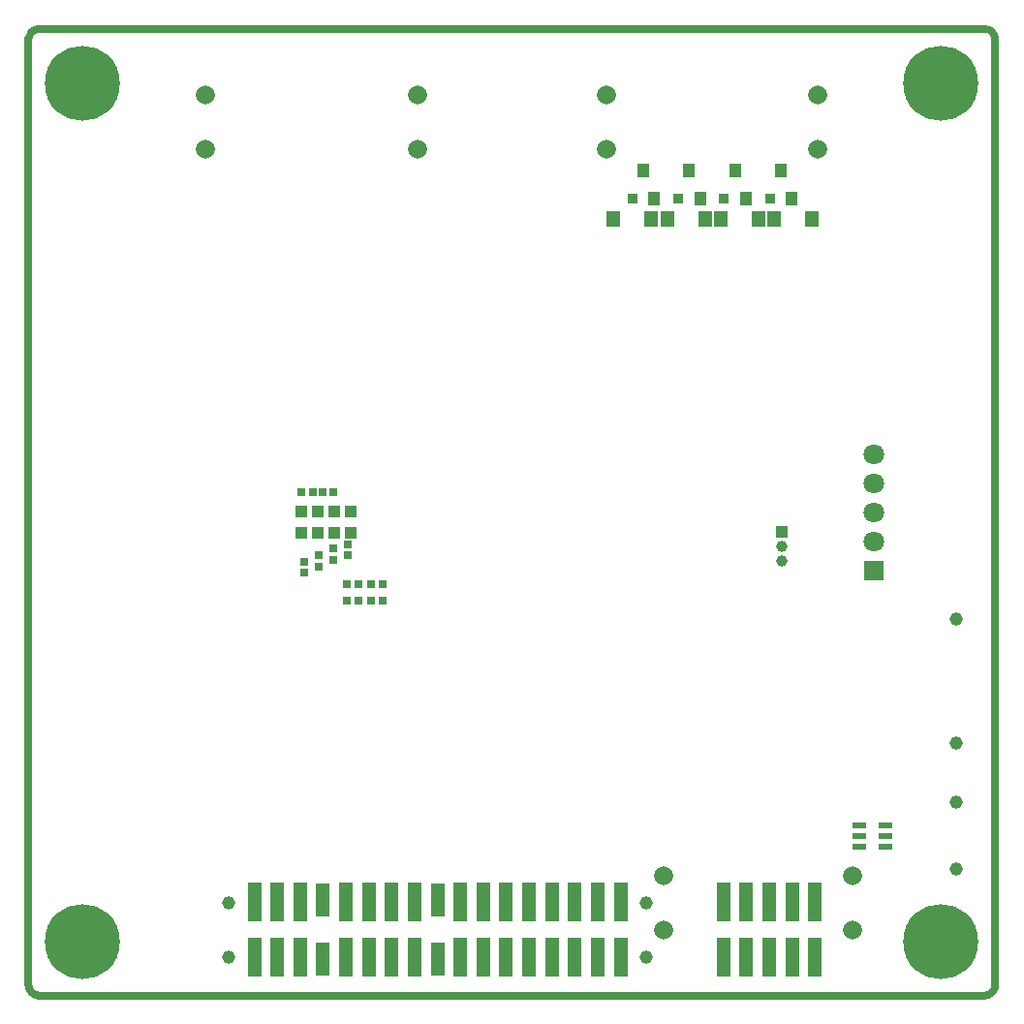
<source format=gbr>
G04*
G04 #@! TF.GenerationSoftware,Altium Limited,Altium Designer,24.1.2 (44)*
G04*
G04 Layer_Color=16711935*
%FSLAX44Y44*%
%MOMM*%
G71*
G04*
G04 #@! TF.SameCoordinates,594C4E7E-5880-4872-9B90-1EBF5E6123A4*
G04*
G04*
G04 #@! TF.FilePolarity,Negative*
G04*
G01*
G75*
%ADD55R,0.9000X0.9500*%
%ADD80C,0.7112*%
%ADD88R,0.6532X0.8032*%
%ADD91R,1.1032X1.0032*%
%ADD92R,0.8032X0.6532*%
%ADD95R,1.1032X1.1532*%
%ADD119C,1.6612*%
%ADD120C,1.1532*%
%ADD121C,1.2032*%
%ADD122C,6.5532*%
%ADD123R,1.0024X1.0024*%
%ADD124C,1.0024*%
%ADD125R,1.8032X1.8032*%
%ADD126C,1.8032*%
%ADD159R,1.2000X0.6000*%
%ADD164R,1.2032X3.4032*%
%ADD165R,1.2032X3.0032*%
%ADD166R,1.2032X1.4032*%
D55*
X530504Y698954D02*
D03*
X570382D02*
D03*
X610514D02*
D03*
X650392D02*
D03*
D80*
X838080Y2518D02*
G03*
X844685Y5254I0J9341D01*
G01*
X5386Y5173D02*
G03*
X11795Y2518I6409J6409D01*
G01*
X4888Y844291D02*
G03*
X2517Y838567I5723J-5723D01*
G01*
X12537Y847459D02*
G03*
X4888Y844291I0J-10818D01*
G01*
X2517Y12098D02*
G03*
X5386Y5173I9794J0D01*
G01*
X844550Y844930D02*
G03*
X838430Y847465I-6120J-6120D01*
G01*
X847542Y837706D02*
G03*
X844550Y844930I-10216J0D01*
G01*
X844685Y5254D02*
G03*
X847542Y12153I-6899J6899D01*
G01*
Y837706D01*
X847090Y12605D02*
Y23622D01*
X2517Y834390D02*
X2517Y12098D01*
X2545Y714060D02*
Y834362D01*
Y714060D02*
Y834362D01*
X11795Y2518D02*
X838080D01*
X11817Y2540D02*
X22098D01*
X12537Y847459D02*
X64411D01*
X64417Y847465D02*
X838430D01*
X847090Y12605D02*
X847542Y12153D01*
X847090Y12605D02*
X847542Y12153D01*
X11795Y2518D02*
X11817Y2540D01*
X2517Y834390D02*
X2545Y834362D01*
X2517Y834390D02*
X2545Y834362D01*
X64411Y847459D02*
X64417Y847465D01*
X2517Y834390D02*
Y838567D01*
D88*
X291005Y347473D02*
D03*
X281004D02*
D03*
X312086Y347470D02*
D03*
X302085D02*
D03*
X291005Y361951D02*
D03*
X281004D02*
D03*
X312086Y361948D02*
D03*
X302085D02*
D03*
X269225Y442572D02*
D03*
X259224D02*
D03*
X251366D02*
D03*
X241365D02*
D03*
D91*
X284225Y407292D02*
D03*
X284226Y425451D02*
D03*
X269917D02*
D03*
X269916Y407292D02*
D03*
X255609Y425451D02*
D03*
X255607Y407292D02*
D03*
X241300Y425451D02*
D03*
X241299Y407292D02*
D03*
D92*
X243805Y371825D02*
D03*
Y381826D02*
D03*
X256437Y377523D02*
D03*
Y387524D02*
D03*
X281700Y387069D02*
D03*
Y397069D02*
D03*
X269069Y383619D02*
D03*
Y393620D02*
D03*
D95*
X549504Y698954D02*
D03*
X540004Y723954D02*
D03*
X579882D02*
D03*
X589382Y698954D02*
D03*
X620014Y723954D02*
D03*
X629514Y698954D02*
D03*
X669392D02*
D03*
X659892Y723954D02*
D03*
D119*
X692497Y742498D02*
D03*
X507498D02*
D03*
X692497Y789998D02*
D03*
X507498D02*
D03*
X342498Y742498D02*
D03*
X157498D02*
D03*
X342498Y789998D02*
D03*
X157498D02*
D03*
X722502Y60002D02*
D03*
X557502D02*
D03*
X722502Y107502D02*
D03*
X557502D02*
D03*
D120*
X813000Y171249D02*
D03*
Y112749D02*
D03*
X542500Y36200D02*
D03*
X177500Y83800D02*
D03*
X542500D02*
D03*
X177500Y36200D02*
D03*
X813000Y223254D02*
D03*
Y331754D02*
D03*
D121*
X816164Y783836D02*
D03*
X783836D02*
D03*
Y816164D02*
D03*
X816164D02*
D03*
X822860Y800000D02*
D03*
X800000Y777140D02*
D03*
X777140Y800000D02*
D03*
X800000Y822860D02*
D03*
X816164Y33835D02*
D03*
X783836D02*
D03*
Y66164D02*
D03*
X816164D02*
D03*
X822860Y50000D02*
D03*
X800000Y27140D02*
D03*
X777140Y50000D02*
D03*
X800000Y72860D02*
D03*
X50000D02*
D03*
X27140Y50000D02*
D03*
X50000Y27140D02*
D03*
X72860Y50000D02*
D03*
X66164Y66164D02*
D03*
X33835D02*
D03*
Y33835D02*
D03*
X66164D02*
D03*
X50000Y822860D02*
D03*
X27140Y800000D02*
D03*
X50000Y777140D02*
D03*
X72860Y800000D02*
D03*
X66164Y816164D02*
D03*
X33835D02*
D03*
Y783836D02*
D03*
X66164D02*
D03*
D122*
X800000Y800000D02*
D03*
Y50000D02*
D03*
X50000D02*
D03*
Y800000D02*
D03*
D123*
X661048Y407535D02*
D03*
D124*
Y395035D02*
D03*
Y382535D02*
D03*
D125*
X741154Y373683D02*
D03*
D126*
Y399083D02*
D03*
Y424483D02*
D03*
Y449883D02*
D03*
Y475283D02*
D03*
D159*
X728500Y151499D02*
D03*
Y141999D02*
D03*
Y132499D02*
D03*
X751500D02*
D03*
Y141999D02*
D03*
Y151499D02*
D03*
D164*
X520000Y36000D02*
D03*
Y84000D02*
D03*
X500000Y36000D02*
D03*
Y84000D02*
D03*
X480000Y36000D02*
D03*
Y84000D02*
D03*
X460000Y36000D02*
D03*
Y84000D02*
D03*
X440000Y36000D02*
D03*
Y84000D02*
D03*
X420000Y36000D02*
D03*
Y84000D02*
D03*
X400000Y36000D02*
D03*
Y84000D02*
D03*
X380000Y36000D02*
D03*
Y84000D02*
D03*
X340000Y36000D02*
D03*
Y84000D02*
D03*
X320000Y36000D02*
D03*
Y84000D02*
D03*
X300000Y36000D02*
D03*
Y84000D02*
D03*
X280000Y36000D02*
D03*
Y84000D02*
D03*
X240000Y36000D02*
D03*
Y84000D02*
D03*
X220000Y36000D02*
D03*
Y84000D02*
D03*
X200000Y36000D02*
D03*
Y84000D02*
D03*
X609999D02*
D03*
Y36000D02*
D03*
X629999Y84000D02*
D03*
Y36000D02*
D03*
X649999Y84000D02*
D03*
Y36000D02*
D03*
X669999Y84000D02*
D03*
Y36000D02*
D03*
X689999Y84000D02*
D03*
Y36000D02*
D03*
D165*
X360000Y34000D02*
D03*
Y86000D02*
D03*
X260000Y34000D02*
D03*
Y86000D02*
D03*
D166*
X687334Y681482D02*
D03*
X654294D02*
D03*
X607473D02*
D03*
X640513D02*
D03*
X513832D02*
D03*
X546872D02*
D03*
X593693D02*
D03*
X560653D02*
D03*
M02*

</source>
